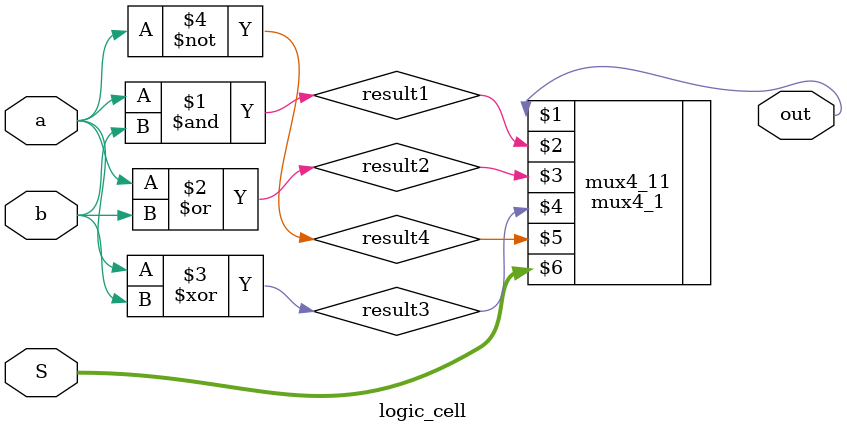
<source format=v>
module logic_cell(output wire out, input wire a, b, input wire [1:0] S);
  wire result1, result2, result3, result4;
  and and1(result1, a, b);
  or or1(result2, a, b);
  xor xor1(result3, a, b);
  not not1(result4, a);
  mux4_1 mux4_11(out, result1, result2, result3, result4, S);
endmodule
</source>
